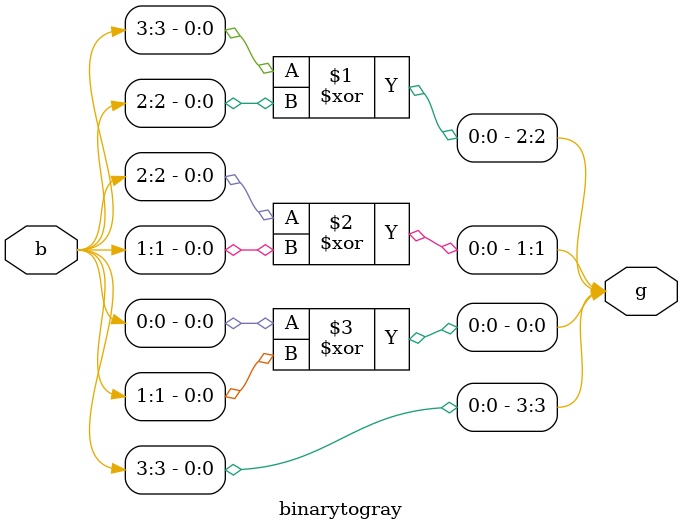
<source format=v>
`timescale 1ns / 1ps

module binarytogray( 
input [0:3] b, 
output [0:3] g 
); 
assign g[3]=b[3]; 
assign g[2]=b[3]^b[2]; 
assign g[1]=b[2]^b[1]; 
assign g[0]=b[0]^b[1]; 
endmodule 

</source>
